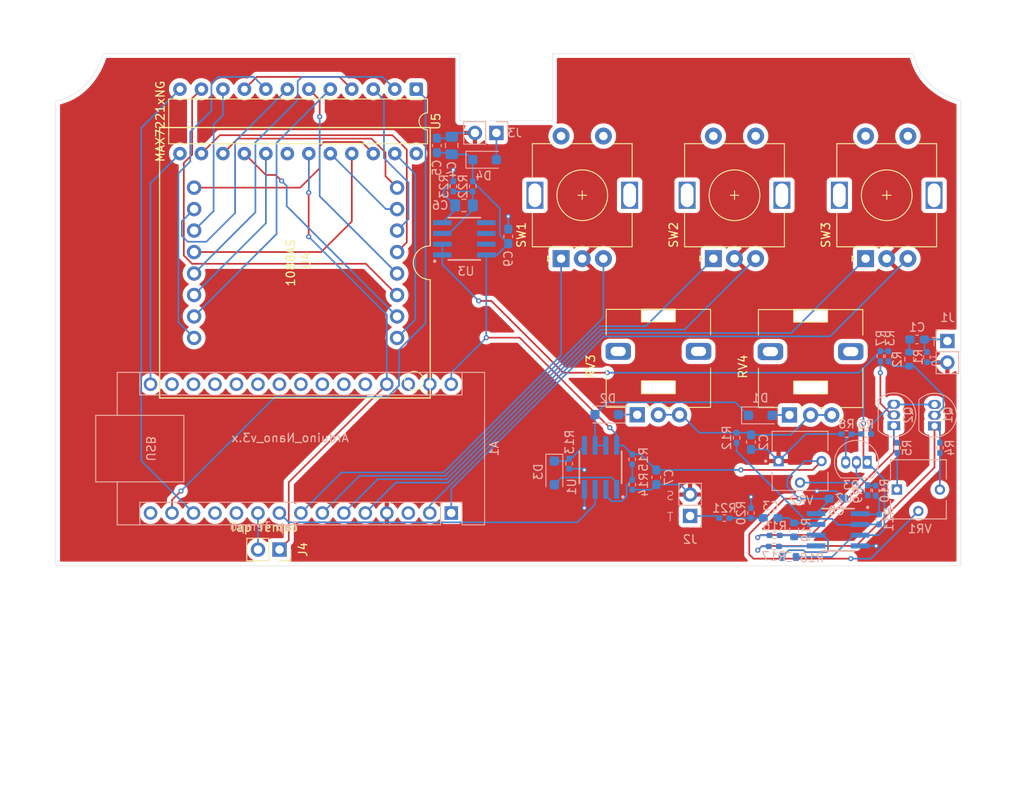
<source format=kicad_pcb>
(kicad_pcb (version 20241229) (generator "pcbnew") (generator_version "9.0")
  (layers (0 "F.Cu" signal) (2 "B.Cu" signal) (13 "F.Paste" user) (15 "B.Paste" user) (5 "F.SilkS" user "F.Silkscreen") (7 "B.SilkS" user "B.Silkscreen") (1 "F.Mask" user) (3 "B.Mask" user) (25 "Edge.Cuts" user))
  (net 0 "")
  (net 1 "CTRL")
  (net 2 "SW2A")
  (net 3 "M_MOSI")
  (net 4 "M_CLK")
  (net 5 "SW1B")
  (net 6 "SW2B")
  (net 7 "GND")
  (net 8 "SW3A")
  (net 9 "M_CS")
  (net 10 "VCC")
  (net 11 "SW1A")
  (net 12 "SW3B")
  (net 13 "M_VCC")
  (net 14 "Net-(C1-Pad2)")
  (net 15 "Net-(C2-Pad1)")
  (net 16 "Net-(C3-Pad1)")
  (net 17 "Net-(C3-Pad2)")
  (net 18 "Net-(U3A-+)")
  (net 19 "Net-(D1-K)")
  (net 20 "Net-(D1-A)")
  (net 21 "Net-(D2-K)")
  (net 22 "Net-(D3-K)")
  (net 23 "Net-(D3-A)")
  (net 24 "Net-(D4-A)")
  (net 25 "Net-(Q1-C)")
  (net 26 "Net-(Q1-B)")
  (net 27 "Net-(Q1-E)")
  (net 28 "Net-(Q2-B)")
  (net 29 "Net-(Q2-C)")
  (net 30 "Net-(Q3-E)")
  (net 31 "VGND")
  (net 32 "Net-(Q3-B)")
  (net 33 "Net-(R4-Pad1)")
  (net 34 "Net-(R5-Pad1)")
  (net 35 "Net-(R9-Pad2)")
  (net 36 "Net-(R10-Pad1)")
  (net 37 "Net-(U2A--)")
  (net 38 "Net-(U1A--)")
  (net 39 "Net-(U2B--)")
  (net 40 "Net-(U2B-+)")
  (net 41 "Net-(J1-T)")
  (net 42 "Net-(J2-T)")
  (net 51 "TAP")
  (net 59 "C4")
  (net 60 "R4")
  (net 61 "C8")
  (net 62 "C3")
  (net 63 "C2")
  (net 64 "C1")
  (net 65 "R3")
  (net 66 "R7")
  (net 67 "C6")
  (net 68 "R6")
  (net 69 "R8")
  (net 70 "R5")
  (net 71 "R2")
  (net 72 "C5")
  (net 73 "R1")
  (net 74 "C7")
  (net 76 "Net-(U5-GND-Pad4)")
  (footprint "Potentiometer_THT:Potentiometer_Alps_RK09L_Single_Vertical" (layer "F.Cu") (at 188.25 88.5 90)
    (property "Reference" "RV4")
    (property "Value" "100k" (hide yes))
  )
  (footprint "Rotary_Encoder:RotaryEncoder_Alps_EC11E-Switch_Vertical_H20mm" (layer "F.Cu") (at 197.25 70 90)
    (property "Reference" "SW3")
    (property "Value" "RotaryEncoder")
  )
  (footprint "Rotary_Encoder:RotaryEncoder_Alps_EC11E-Switch_Vertical_H20mm" (layer "F.Cu") (at 179.25 70 90)
    (property "Reference" "SW2")
    (property "Value" "RotaryEncoder")
  )
  (footprint "Package_DIP:DIP-24_W7.62mm" (layer "F.Cu") (at 144.12 49.95 -90)
    (property "Reference" "U5")
    (property "Value" "MAX7221xNG")
  )
  (footprint "Connector_PinSocket_2.54mm:PinSocket_1x02_P2.54mm_Vertical" (layer "F.Cu") (at 127.95 104.425 -90)
    (property "Reference" "J4")
    (property "Value" "Tap Tempo")
  )
  (footprint "1088as:LED_1088_Pin_Header" (layer "F.Cu") (at 145.77 86.49 180)
    (property "Reference" "U4")
    (property "Value" "1088AS")
  )
  (footprint "Rotary_Encoder:RotaryEncoder_Alps_EC11E-Switch_Vertical_H20mm" (layer "F.Cu") (at 161.25 70 90)
    (property "Reference" "SW1")
    (property "Value" "RotaryEncoder")
  )
  (footprint "Potentiometer_THT:Potentiometer_Alps_RK09L_Single_Vertical" (layer "F.Cu") (at 170.25 88.475 90)
    (property "Reference" "RV3")
    (property "Value" "100k" (hide yes))
  )
  (footprint "Resistor_SMD:R_0402_1005Metric_Pad0.72x0.64mm_HandSolder" (layer "B.Cu") (at 186.4025 104.05)
    (property "Reference" "R17")
    (property "Value" "10k" (hide yes))
  )
  (footprint "Diode_SMD:D_SOD-123F" (layer "B.Cu") (at 184.8 88.55)
    (property "Reference" "D1")
    (property "Value" "D" (hide yes))
  )
  (footprint "Resistor_SMD:R_0402_1005Metric_Pad0.72x0.64mm_HandSolder" (layer "B.Cu") (at 204.498986 81.6486 -90)
    (property "Reference" "R1")
    (property "Value" "100k" (hide yes))
  )
  (footprint "Capacitor_SMD:C_0603_1608Metric_Pad1.08x0.95mm_HandSolder" (layer "B.Cu") (at 183.7 91.7125 -90)
    (property "Reference" "C2")
    (property "Value" "470nF" (hide yes))
  )
  (footprint "Resistor_SMD:R_0402_1005Metric_Pad0.72x0.64mm_HandSolder" (layer "B.Cu") (at 198.45 97.45 90)
    (property "Reference" "R10")
    (property "Value" "10k" (hide yes))
  )
  (footprint "Capacitor_SMD:C_0603_1608Metric_Pad1.08x0.95mm_HandSolder" (layer "B.Cu") (at 155 67.3625 90)
    (property "Reference" "C9")
    (property "Value" "0.1uF" (hide yes))
  )
  (footprint "LM358DR2G:SOIC127P600X175-8N" (layer "B.Cu") (at 194 102.085 180)
    (property "Reference" "U2")
    (property "Value" "LM358" (hide yes))
  )
  (footprint "3362P-1-254LF:TRIM_3362P-1-254LF" (layer "B.Cu") (at 189.5 93.96)
    (property "Reference" "VR2")
    (property "Value" "3362P-1-254LF")
  )
  (footprint "Resistor_SMD:R_0402_1005Metric_Pad0.72x0.64mm_HandSolder" (layer "B.Cu") (at 169.66 96.7475 -90)
    (property "Reference" "R14")
    (property "Value" "47k" (hide yes))
  )
  (footprint "Resistor_SMD:R_0402_1005Metric_Pad0.72x0.64mm_HandSolder" (layer "B.Cu") (at 183.7 100.1 -90)
    (property "Reference" "R20")
    (property "Value" "100k" (hide yes))
  )
  (footprint "Capacitor_SMD:C_0603_1608Metric_Pad1.08x0.95mm_HandSolder" (layer "B.Cu") (at 146.561631 56.615545 90)
    (property "Reference" "C5")
    (property "Value" "100nF" (hide yes))
  )
  (footprint "Diode_SMD:D_SOD-123F" (layer "B.Cu") (at 166.65 88.45 180)
    (property "Reference" "D2")
    (property "Value" "D" (hide yes))
  )
  (footprint "Resistor_SMD:R_0402_1005Metric_Pad0.72x0.64mm_HandSolder" (layer "B.Cu") (at 200.9845 92.3825 90)
    (property "Reference" "R5")
    (property "Value" "10k" (hide yes))
  )
  (footprint "Resistor_SMD:R_0402_1005Metric_Pad0.72x0.64mm_HandSolder" (layer "B.Cu") (at 180.55 100.7 180)
    (property "Reference" "R21")
    (property "Value" "10k" (hide yes))
  )
  (footprint "Diode_SMD:D_SOD-123F" (layer "B.Cu") (at 152.2 58.3)
    (property "Reference" "D4")
    (property "Value" "D" (hide yes))
  )
  (footprint "Module:Arduino_Nano" (layer "B.Cu") (at 148.26 100.1 90)
    (property "Reference" "A1")
    (property "Value" "Arduino_Nano_v3.x")
  )
  (footprint "Package_TO_SOT_THT:TO-92_Inline" (layer "B.Cu") (at 205.4 89.8 90)
    (property "Reference" "Q1")
    (property "Value" "BC547" (hide yes))
  )
  (footprint "Capacitor_SMD:C_0603_1608Metric_Pad1.08x0.95mm_HandSolder" (layer "B.Cu") (at 172.5 95.8625 -90)
    (property "Reference" "C7")
    (property "Value" "0.1uF" (hide yes))
  )
  (footprint "Resistor_SMD:R_0402_1005Metric_Pad0.72x0.64mm_HandSolder" (layer "B.Cu") (at 198.85 100.85 90)
    (property "Reference" "R11")
    (property "Value" "100k" (hide yes))
  )
  (footprint "Capacitor_SMD:C_0805_2012Metric_Pad1.18x1.45mm_HandSolder" (layer "B.Cu") (at 148.311631 56.615545 90)
    (property "Reference" "C4")
    (property "Value" "47uF" (hide yes))
  )
  (footprint "Resistor_SMD:R_0402_1005Metric_Pad0.72x0.64mm_HandSolder" (layer "B.Cu") (at 186.5025 102.75)
    (property "Reference" "R16")
    (property "Value" "10k" (hide yes))
  )
  (footprint "Resistor_SMD:R_0603_1608Metric" (layer "B.Cu") (at 188.2 105.3 180)
    (property "Reference" "R18")
    (property "Value" "220k" (hide yes))
  )
  (footprint "Package_TO_SOT_THT:TO-92_Inline" (layer "B.Cu") (at 200.59 89.77 90)
    (property "Reference" "Q2")
    (property "Value" "BC547" (hide yes))
  )
  (footprint "Resistor_SMD:R_0402_1005Metric_Pad0.72x0.64mm_HandSolder" (layer "B.Cu") (at 169.65 93.7475 -90)
    (property "Reference" "R15")
    (property "Value" "100k" (hide yes))
  )
  (footprint "Resistor_SMD:R_0603_1608Metric" (layer "B.Cu") (at 202.413375 81.9 -90)
    (property "Reference" "R2")
    (property "Value" "220k")
  )
  (footprint "Resistor_SMD:R_0402_1005Metric_Pad0.72x0.64mm_HandSolder" (layer "B.Cu") (at 194.9975 90.75 180)
    (property "Reference" "R8")
    (property "Value" "4.7k" (hide yes))
  )
  (footprint "Resistor_SMD:R_0402_1005Metric_Pad0.72x0.64mm_HandSolder" (layer "B.Cu") (at 182 91.1975 -90)
    (property "Reference" "R12")
    (property "Value" "100k" (hide yes))
  )
  (footprint "3362P-1-254LF:TRIM_3362P-1-254LF" (layer "B.Cu") (at 203.4945 97.33)
    (property "Reference" "VR1")
    (property "Value" "3362P-1-254LF" (hide yes))
  )
  (footprint "Resistor_SMD:R_0402_1005Metric_Pad0.72x0.64mm_HandSolder" (layer "B.Cu") (at 199 81.5525 90)
    (property "Reference" "R7")
    (property "Value" "1k" (hide yes))
  )
  (footprint "Resistor_SMD:R_0402_1005Metric_Pad0.72x0.64mm_HandSolder" (layer "B.Cu") (at 197.3 90.75 180)
    (property "Reference" "R6")
    (property "Value" "10k" (hide yes))
  )
  (footprint "Resistor_SMD:R_0402_1005Metric_Pad0.72x0.64mm_HandSolder" (layer "B.Cu") (at 162.2 94.2525 -90)
    (property "Reference" "R13")
    (property "Value" "100k" (hide yes))
  )
  (footprint "LM358DR2G:SOIC127P600X175-8N" (layer "B.Cu") (at 149.8 67.655)
    (property "Reference" "U3")
    (property "Value" "LM358")
  )
  (footprint "Resistor_SMD:R_0603_1608Metric" (layer "B.Cu") (at 188.8 102.1 90)
    (property "Reference" "R19")
    (property "Value" "220k")
  )
  (footprint "Resistor_SMD:R_0402_1005Metric_Pad0.72x0.64mm_HandSolder" (layer "B.Cu") (at 148.5 61.45 90)
    (property "Reference" "R23")
    (property "Value" "1k" (hide yes))
  )
  (footprint "Connector_PinSocket_2.54mm:PinSocket_1x02_P2.54mm_Vertical" (layer "B.Cu") (at 206.925 79.75 180)
    (property "Reference" "J1")
    (property "Value" "Input Jack")
  )
  (footprint "Resistor_SMD:R_0402_1005Metric_Pad0.72x0.64mm_HandSolder" (layer "B.Cu") (at 206.0345 92.3825 90)
    (property "Reference" "R4")
    (property "Value" "10k" (hide yes))
  )
  (footprint "Resistor_SMD:R_0402_1005Metric_Pad0.72x0.64mm_HandSolder" (layer "B.Cu") (at 150.8 61.4475 -90)
    (property "Reference" "R22")
    (property "Value" "1k" (hide yes))
  )
  (footprint "Capacitor_SMD:C_0805_2012Metric_Pad1.18x1.45mm_HandSolder" (layer "B.Cu") (at 149.7625 63.7 180)
    (property "Reference" "C6")
    (property "Value" "47uF" (hide yes))
  )
  (footprint "Connector_PinSocket_2.54mm:PinSocket_1x02_P2.54mm_Vertical" (layer "B.Cu") (at 153.6 55.125 90)
    (property "Reference" "J3")
    (property "Value" "Jack-DC" (hide yes))
  )
  (footprint "Resistor_SMD:R_0402_1005Metric_Pad0.72x0.64mm_HandSolder" (layer "B.Cu") (at 197.5 97.4 -90)
    (property "Reference" "R9")
    (property "Value" "20k" (hide yes))
  )
  (footprint "Capacitor_SMD:C_0603_1608Metric_Pad1.08x0.95mm_HandSolder" (layer "B.Cu") (at 203.336839 79.560892 180)
    (property "Reference" "C1")
    (property "Value" "470nF" (hide yes))
  )
  (footprint "Capacitor_SMD:C_0603_1608Metric_Pad1.08x0.95mm_HandSolder" (layer "B.Cu") (at 193.814433 98.40037)
    (property "Reference" "C8")
    (property "Value" "0.1uF")
  )
  (footprint "LM358DR2G:SOIC127P600X175-8N" (layer "B.Cu") (at 165.905 94.7 90)
    (property "Reference" "U1")
    (property "Value" "LM358")
  )
  (footprint "Capacitor_SMD:C_0603_1608Metric_Pad1.08x0.95mm_HandSolder" (layer "B.Cu") (at 186.0125 100.7 180)
    (property "Reference" "C3")
    (property "Value" "220nF" (hide yes))
  )
  (footprint "Connector_PinSocket_2.54mm:PinSocket_1x02_P2.54mm_Vertical" (layer "B.Cu") (at 176.5 100.45)
    (property "Reference" "J2")
    (property "Value" "Output Jack" (hide yes))
  )
  (footprint "Resistor_SMD:R_0402_1005Metric_Pad0.72x0.64mm_HandSolder" (layer "B.Cu") (at 199.95 81.5525 90)
    (property "Reference" "R3")
    (property "Value" "1k" (hide yes))
  )
  (footprint "Package_TO_SOT_THT:TO-92_Inline" (layer "B.Cu") (at 197.44 94.1 180)
    (property "Reference" "Q3")
    (property "Value" "BC547" (hide yes))
  )
  (footprint "Diode_SMD:D_SOD-123F" (layer "B.Cu") (at 160.45 95.35 -90)
    (property "Reference" "D3")
    (property "Value" "D" (hide yes))
  )
  (gr_curve (pts (xy 101.5 51.35) (xy 106 50.5) (xy 107.1 45.75) (xy 107.1 45.75)) (stroke (width 0.05)) (layer "Edge.Cuts"))
  (gr_line (start 149.25 53.7) (end 160.25 53.7) (stroke (width 0.05)) (layer "Edge.Cuts"))
  (gr_line (start 160.25 53.7) (end 160.25 45.75) (stroke (width 0.05)) (layer "Edge.Cuts"))
  (gr_line (start 160.25 45.75) (end 202.9 45.75) (stroke (width 0.05)) (layer "Edge.Cuts"))
  (gr_line (start 101.5 106.35) (end 208.5 106.35) (stroke (width 0.05)) (layer "Edge.Cuts"))
  (gr_curve (pts (xy 202.9 45.75) (xy 203.75 50.25) (xy 208.5 51.35) (xy 208.5 51.35)) (stroke (width 0.05)) (layer "Edge.Cuts"))
  (gr_line (start 101.5 51.35) (end 101.5 106.35) (stroke (width 0.05)) (layer "Edge.Cuts"))
  (gr_line (start 208.5 106.35) (end 208.5 51.35) (stroke (width 0.05)) (layer "Edge.Cuts"))
  (gr_line (start 149.25 45.75) (end 107.1 45.75) (stroke (width 0.05)) (layer "Edge.Cuts"))
  (gr_line (start 149.25 45.75) (end 149.25 53.7) (stroke (width 0.05)) (layer "Edge.Cuts"))
  (gr_text "Tap Tempo" (at 126.1 101.8 0) (layer "F.SilkS") (effects (font (size 1 1))))
  (gr_text "T" (at 205.8 80.45 0) (layer "B.SilkS") (effects (font (size 1 1) (thickness 0.1)) (justify left bottom mirror)))
  (gr_text "S" (at 174.7 98.65 0) (layer "B.SilkS") (effects (font (size 1 1) (thickness 0.1)) (justify left bottom mirror)))
  (gr_text "T" (at 174.6 101.15 0) (layer "B.SilkS") (effects (font (size 1 1) (thickness 0.1)) (justify left bottom mirror)))
  (gr_text "S" (at 205.9 82.75 0) (layer "B.SilkS") (effects (font (size 1 1) (thickness 0.1)) (justify left bottom mirror)))
  (segment (start 129.041 101.201) (end 163.148943 101.201) (width 0.2) (layer "B.Cu") (net 1))
  (segment (start 165.27 99.079943) (end 165.27 97.3) (width 0.2) (layer "B.Cu") (net 1))
  (segment (start 163.148943 101.201) (end 165.27 99.079943) (width 0.2) (layer "B.Cu") (net 1))
  (segment (start 127.94 100.1) (end 129.041 101.201) (width 0.2) (layer "B.Cu") (net 1))
  (segment (start 139.563 96.097) (end 135.56 100.1) (width 0.2) (layer "B.Cu") (net 2))
  (segment (start 165.8017 77.997) (end 147.7017 96.097) (width 0.2) (layer "B.Cu") (net 2))
  (segment (start 147.7017 96.097) (end 139.563 96.097) (width 0.2) (layer "B.Cu") (net 2))
  (segment (start 179.25 70) (end 171.253 77.997) (width 0.2) (layer "B.Cu") (net 2))
  (segment (start 171.253 77.997) (end 165.8017 77.997) (width 0.2) (layer "B.Cu") (net 2))
  (segment (start 115.24 98.56) (end 116.3 97.5) (width 0.2) (layer "F.Cu") (net 3))
  (segment (start 115.24 100.1) (end 115.24 98.56) (width 0.2) (layer "F.Cu") (net 3))
  (via (at 116.3 97.5) (size 0.6) (drill 0.3) (layers "F.Cu" "B.Cu") (net 3))
  (segment (start 142.079 80.77876) (end 145.221 77.63676) (width 0.2) (layer "B.Cu") (net 3))
  (segment (start 145.221 51.051) (end 144.12 49.95) (width 0.2) (layer "B.Cu") (net 3))
  (segment (start 142.079 85.021) (end 142.079 80.77876) (width 0.2) (layer "B.Cu") (net 3))
  (segment (start 140.7 86.4) (end 142.079 85.021) (width 0.2) (layer "B.Cu") (net 3))
  (segment (start 145.221 77.63676) (end 145.221 51.051) (width 0.2) (layer "B.Cu") (net 3))
  (segment (start 116.3 97.5) (end 127.4 86.4) (width 0.2) (layer "B.Cu") (net 3))
  (segment (start 127.4 86.4) (end 140.7 86.4) (width 0.2) (layer "B.Cu") (net 3))
  (segment (start 112.7 61.05) (end 116.18 57.57) (width 0.2) (layer "B.Cu") (net 4))
  (segment (start 112.7 84.86) (end 112.7 61.05) (width 0.2) (layer "B.Cu") (net 4))
  (segment (start 147.5356 95.696) (end 137.424 95.696) (width 0.2) (layer "B.Cu") (net 5))
  (segment (start 137.424 95.696) (end 133.02 100.1) (width 0.2) (layer "B.Cu") (net 5))
  (segment (start 166.25 76.9816) (end 147.5356 95.696) (width 0.2) (layer "B.Cu") (net 5))
  (segment (start 166.25 70) (end 166.25 76.9816) (width 0.2) (layer "B.Cu") (net 5))
  (segment (start 165.9678 78.398) (end 147.8678 96.498) (width 0.2) (layer "B.Cu") (net 6))
  (segment (start 147.8678 96.498) (end 141.702 96.498) (width 0.2) (layer "B.Cu") (net 6))
  (segment (start 175.852 78.398) (end 165.9678 78.398) (width 0.2) (layer "B.Cu") (net 6))
  (segment (start 141.702 96.498) (end 138.1 100.1) (width 0.2) (layer "B.Cu") (net 6))
  (segment (start 184.25 70) (end 175.852 78.398) (width 0.2) (layer "B.Cu") (net 6))
  (via (at 164 99.5) (size 0.6) (drill 0.3) (layers "F.Cu" "B.Cu") (net 7))
  (via (at 148.5 59.5) (size 0.6) (drill 0.3) (layers "F.Cu" "B.Cu") (net 7))
  (via (at 164 95) (size 0.6) (drill 0.3) (layers "F.Cu" "B.Cu") (net 7))
  (via (at 191.5 97.5) (size 0.6) (drill 0.3) (layers "F.Cu" "B.Cu") (net 7))
  (via (at 183.699194 98.197321) (size 0.6) (drill 0.3) (layers "F.Cu" "B.Cu") (net 7))
  (via (at 155 65) (size 0.6) (drill 0.3) (layers "F.Cu" "B.Cu") (net 7))
  (via (at 198.5 104) (size 0.6) (drill 0.3) (layers "F.Cu" "B.Cu") (net 7))
  (segment (start 148.136631 55.753045) (end 148.311631 55.578045) (width 0.2) (layer "B.Cu") (net 7))
  (segment (start 183.7 99.5025) (end 183.7 98.198127) (width 0.2) (layer "B.Cu") (net 7))
  (segment (start 175.315 96.725) (end 172.5 96.725) (width 0.2) (layer "B.Cu") (net 7))
  (segment (start 148.5 60.8525) (end 148.5 59.5) (width 0.2) (layer "B.Cu") (net 7))
  (segment (start 194.676933 98.40037) (end 193.776563 97.5) (width 0.2) (layer "B.Cu") (net 7))
  (segment (start 151.06 55.125) (end 148.764676 55.125) (width 0.2) (layer "B.Cu") (net 7))
  (segment (start 148.764676 55.125) (end 148.311631 55.578045) (width 0.2) (layer "B.Cu") (net 7))
  (segment (start 204.498986 82.2461) (end 206.8811 82.2461) (width 0.2) (layer "B.Cu") (net 7))
  (segment (start 193.776563 97.5) (end 191.5 97.5) (width 0.2) (layer "B.Cu") (net 7))
  (segment (start 148.725 64.225) (end 148.725 63.7) (width 0.2) (layer "B.Cu") (net 7))
  (segment (start 172.5 96.725) (end 171.88 97.345) (width 0.2) (layer "B.Cu") (net 7))
  (segment (start 155 66.5) (end 155 65) (width 0.2) (layer "B.Cu") (net 7))
  (segment (start 147.3775 62.3525) (end 147.3775 61.975) (width 0.2) (layer "B.Cu") (net 7))
  (segment (start 162.2 94.85) (end 163.85 94.85) (width 0.2) (layer "B.Cu") (net 7))
  (segment (start 176.5 97.91) (end 175.315 96.725) (width 0.2) (layer "B.Cu") (net 7))
  (segment (start 183.7 98.198127) (end 183.699194 98.197321) (width 0.2) (layer "B.Cu") (net 7))
  (segment (start 146.561631 55.753045) (end 148.136631 55.753045) (width 0.2) (layer "B.Cu") (net 7))
  (segment (start 147.3775 61.975) (end 148.5 60.8525) (width 0.2) (layer "B.Cu") (net 7))
  (segment (start 163.85 94.85) (end 164 95) (width 0.2) (layer "B.Cu") (net 7))
  (segment (start 147.2 65.75) (end 148.725 64.225) (width 0.2) (layer "B.Cu") (net 7))
  (segment (start 148.725 63.7) (end 147.3775 62.3525) (width 0.2) (layer "B.Cu") (net 7))
  (segment (start 171.88 97.345) (end 169.66 97.345) (width 0.2) (layer "B.Cu") (net 7))
  (segment (start 198.49 103.99) (end 198.5 104) (width 0.2) (layer "B.Cu") (net 7))
  (segment (start 186.96 93.96) (end 190.17 90.75) (width 0.2) (layer "B.Cu") (net 7))
  (segment (start 183.7 92.575) (end 185.575 92.575) (width 0.2) (layer "B.Cu") (net 7))
  (segment (start 196.6 103.99) (end 198.49 103.99) (width 0.2) (layer "B.Cu") (net 7))
  (segment (start 190.17 90.75) (end 194.4 90.75) (width 0.2) (layer "B.Cu") (net 7))
  (segment (start 206.8811 82.2461) (end 206.925 82.29) (width 0.2) (layer "B.Cu") (net 7))
  (segment (start 164 97.3) (end 164 99.5) (width 0.2) (layer "B.Cu") (net 7))
  (segment (start 185.575 92.575) (end 186.96 93.96) (width 0.2) (layer "B.Cu") (net 7))
  (segment (start 197.25 70) (end 188.451 78.799) (width 0.2) (layer "B.Cu") (net 8))
  (segment (start 145.72 99.2129) (end 145.72 100.1) (width 0.2) (layer "B.Cu") (net 8))
  (segment (start 188.451 78.799) (end 166.1339 78.799) (width 0.2) (layer "B.Cu") (net 8))
  (segment (start 166.1339 78.799) (end 145.72 99.2129) (width 0.2) (layer "B.Cu") (net 8))
  (segment (start 111.599 93.919) (end 111.599 54.531) (width 0.2) (layer "B.Cu") (net 9))
  (segment (start 111.599 54.531) (end 116.18 49.95) (width 0.2) (layer "B.Cu") (net 9))
  (segment (start 117.78 100.1) (end 111.599 93.919) (width 0.2) (layer "B.Cu") (net 9))
  (segment (start 191 95) (end 192.04 93.96) (width 0.2) (layer "F.Cu") (net 10))
  (segment (start 167 90) (end 156.349943 79.349943) (width 0.2) (layer "F.Cu") (net 10))
  (segment (start 184 105.5) (end 195.5 105.5) (width 0.2) (layer "F.Cu") (net 10))
  (segment (start 156.349943 79.349943) (end 152.4 79.349943) (width 0.2) (layer "F.Cu") (net 10))
  (segment (start 183.5 102.575029) (end 183.5 105) (width 0.2) (layer "F.Cu") (net 10))
  (segment (start 189.40037 98.40037) (end 187.674659 98.40037) (width 0.2) (layer "F.Cu") (net 10))
  (segment (start 183.5 105) (end 184 105.5) (width 0.2) (layer "F.Cu") (net 10))
  (segment (start 187.674659 98.40037) (end 183.5 102.575029) (width 0.2) (layer "F.Cu") (net 10))
  (segment (start 182.5 95) (end 191 95) (width 0.2) (layer "F.Cu") (net 10))
  (via (at 195.5 105.5) (size 0.6) (drill 0.3) (layers "F.Cu" "B.Cu") (net 10))
  (via (at 152.4 79.349943) (size 0.6) (drill 0.3) (layers "F.Cu" "B.Cu") (net 10))
  (via (at 167 90) (size 0.6) (drill 0.3) (layers "F.Cu" "B.Cu") (net 10))
  (via (at 189.40037 98.40037) (size 0.6) (drill 0.3) (layers "F.Cu" "B.Cu") (net 10))
  (via (at 182.5 95) (size 0.6) (drill 0.3) (layers "F.Cu" "B.Cu") (net 10))
  (segment (start 155 68.225) (end 153.665 69.56) (width 0.2) (layer "B.Cu") (net 10))
  (segment (start 170.65 93.15) (end 169.65 93.15) (width 0.2) (layer "B.Cu") (net 10))
  (segment (start 192.951933 98.628067) (end 191.4 100.18) (width 0.2) (layer "B.Cu") (net 10))
  (segment (start 172.5 95) (end 170.65 93.15) (width 0.2) (layer "B.Cu") (net 10))
  (segment (start 155 68.225) (end 154 67.225) (width 0.2) (layer "B.Cu") (net 10))
  (segment (start 188 97) (end 188 96) (width 0.2) (layer "B.Cu") (net 10))
  (segment (start 152.4 75.4) (end 152.4 69.56) (width 0.2) (layer "B.Cu") (net 10))
  (segment (start 190.04 93.96) (end 192.04 93.96) (width 0.2) (layer "B.Cu") (net 10))
  (segment (start 167.81 90.81) (end 167 90) (width 0.2) (layer "B.Cu") (net 10))
  (segment (start 148.311631 57.653045) (end 148.136631 57.478045) (width 0.2) (layer "B.Cu") (net 10))
  (segment (start 150.8 58.3) (end 150.8 60.85) (width 0.2) (layer "B.Cu") (net 10))
  (segment (start 154 64.05) (end 150.8 60.85) (width 0.2) (layer "B.Cu") (net 10))
  (segment (start 148.26 84.86) (end 148.26 83.489943) (width 0.2) (layer "B.Cu") (net 10))
  (segment (start 148.136631 57.478045) (end 146.561631 57.478045) (width 0.2) (layer "B.Cu") (net 10))
  (segment (start 148.26 83.489943) (end 152.4 79.349943) (width 0.2) (layer "B.Cu") (net 10))
  (segment (start 169.65 93.15) (end 168.6 92.1) (width 0.2) (layer "B.Cu") (net 10))
  (segment (start 192.951933 98.40037) (end 192.951933 98.628067) (width 0.2) (layer "B.Cu") (net 10))
  (segment (start 192.951933 98.40037) (end 189.40037 98.40037) (width 0.2) (layer "B.Cu") (net 10))
  (segment (start 152.4 79.349943) (end 152.4 75.4) (width 0.2) (layer "B.Cu") (net 10))
  (segment (start 188 96) (end 190.04 93.96) (width 0.2) (layer "B.Cu") (net 10))
  (segment (start 197.8645 105.5) (end 195.5 105.5) (width 0.2) (layer "B.Cu") (net 10))
  (segment (start 150.153045 57.653045) (end 148.311631 57.653045) (width 0.2) (layer "B.Cu") (net 10))
  (segment (start 167.81 92.1) (end 167.81 90.81) (width 0.2) (layer "B.Cu") (net 10))
  (segment (start 154 67.225) (end 154 64.05) (width 0.2) (layer "B.Cu") (net 10))
  (segment (start 172.5 95) (end 182.5 95) (width 0.2) (layer "B.Cu") (net 10))
  (segment (start 168.6 92.1) (end 167.81 92.1) (width 0.2) (layer "B.Cu") (net 10))
  (segment (start 153.665 69.56) (end 152.4 69.56) (width 0.2) (layer "B.Cu") (net 10))
  (segment (start 189.40037 98.40037) (end 188 97) (width 0.2) (layer "B.Cu") (net 10))
  (segment (start 150.8 58.3) (end 150.153045 57.653045) (width 0.2) (layer "B.Cu") (net 10))
  (segment (start 203.4945 99.87) (end 197.8645 105.5) (width 0.2) (layer "B.Cu") (net 10))
  (segment (start 161.25 70) (end 161.25 81.4145) (width 0.2) (layer "B.Cu") (net 11))
  (segment (start 147.3695 95.295) (end 135.285 95.295) (width 0.2) (layer "B.Cu") (net 11))
  (segment (start 161.25 81.4145) (end 147.3695 95.295) (width 0.2) (layer "B.Cu") (net 11))
  (segment (start 135.285 95.295) (end 130.48 100.1) (width 0.2) (layer "B.Cu") (net 11))
  (segment (start 149.3 96.2) (end 166.3 79.2) (width 0.2) (layer "B.Cu") (net 12))
  (segment (start 148.26 97.24) (end 149.3 96.2) (width 0.2) (layer "B.Cu") (net 12))
  (segment (start 166.3 79.2) (end 193.05 79.2) (width 0.2) (layer "B.Cu") (net 12))
  (segment (start 148.26 100.1) (end 148.26 97.24) (width 0.2) (layer "B.Cu") (net 12))
  (segment (start 193.05 79.2) (end 202.25 70) (width 0.2) (layer "B.Cu") (net 12))
  (segment (start 140.64 84.86) (end 129.041 96.459) (width 0.2) (layer "F.Cu") (net 13))
  (segment (start 129.041 96.459) (end 129.041 103.334) (width 0.2) (layer "F.Cu") (net 13))
  (segment (start 129.041 103.334) (end 127.95 104.425) (width 0.2) (layer "F.Cu") (net 13))
  (segment (start 131.4 67.4) (end 131.4 62.2) (width 0.2) (layer "F.Cu") (net 13))
  (via (at 131.4 62.2) (size 0.6) (drill 0.3) (layers "F.Cu" "B.Cu") (net 13))
  (via (at 131.4 67.4) (size 0.6) (drill 0.3) (layers "F.Cu" "B.Cu") (net 13))
  (segment (start 131.416963 62.183037) (end 131.416963 61.323037) (width 0.2) (layer "B.Cu") (net 13))
  (segment (start 140.64 76.64) (end 140.64 84.86) (width 0.2) (layer "B.Cu") (net 13))
  (segment (start 131.416963 61.323037) (end 131.42 61.32) (width 0.2) (layer "B.Cu") (net 13))
  (segment (start 131.4 62.2) (end 131.416963 62.183037) (width 0.2) (layer "B.Cu") (net 13))
  (segment (start 131.4 67.4) (end 140.64 76.64) (width 0.2) (layer "B.Cu") (net 13))
  (segment (start 131.42 61.32) (end 131.42 57.57) (width 0.2) (layer "B.Cu") (net 13))
  (segment (start 202.413375 79.621856) (end 202.474339 79.560892) (width 0.2) (layer "B.Cu") (net 14))
  (segment (start 202.413375 81.075) (end 202.413375 79.621856) (width 0.2) (layer "B.Cu") (net 14))
  (segment (start 182 90.6) (end 183.45 90.6) (width 0.2) (layer "B.Cu") (net 15))
  (segment (start 175.25 88.475) (end 172.75 88.475) (width 0.2) (layer "B.Cu") (net 15))
  (segment (start 188.4 90.85) (end 190.75 88.5) (width 0.2) (layer "B.Cu") (net 15))
  (segment (start 183.45 90.6) (end 183.7 90.85) (width 0.2) (layer "B.Cu") (net 15))
  (segment (start 175.25 88.475) (end 175.475 88.475) (width 0.2) (layer "B.Cu") (net 15))
  (segment (start 183.7 90.85) (end 188.4 90.85) (width 0.2) (layer "B.Cu") (net 15))
  (segment (start 177.6 90.6) (end 182 90.6) (width 0.2) (layer "B.Cu") (net 15))
  (segment (start 175.475 88.475) (end 177.6 90.6) (width 0.2) (layer "B.Cu") (net 15))
  (segment (start 190.75 88.5) (end 193.25 88.5) (width 0.2) (layer "B.Cu") (net 15))
  (segment (start 186.875 100.7) (end 188.225 100.7) (width 0.2) (layer "B.Cu") (net 16))
  (segment (start 191.35 101.5) (end 191.4 101.45) (width 0.2) (layer "B.Cu") (net 16))
  (segment (start 188.225 100.7) (end 188.8 101.275) (width 0.2) (layer "B.Cu") (net 16))
  (segment (start 191.225 101.275) (end 191.4 101.45) (width 0.2) (layer "B.Cu") (net 16))
  (segment (start 188.8 101.275) (end 191.225 101.275) (width 0.2) (layer "B.Cu") (net 16))
  (segment (start 181.1475 100.7) (end 183.6975 100.7) (width 0.2) (layer "B.Cu") (net 17))
  (segment (start 185.1475 100.6975) (end 185.15 100.7) (width 0.2) (layer "B.Cu") (net 17))
  (segment (start 183.6975 100.7) (end 183.7 100.6975) (width 0.2) (layer "B.Cu") (net 17))
  (segment (start 183.7 100.6975) (end 185.1475 100.6975) (width 0.2) (layer "B.Cu") (net 17))
  (segment (start 147.2 67.02) (end 148 67.02) (width 0.2) (layer "B.Cu") (net 18))
  (segment (start 150.8 62.045) (end 150.8 63.7) (width 0.2) (layer "B.Cu") (net 18))
  (segment (start 150.7975 62.0475) (end 150.8 62.045) (width 0.2) (layer "B.Cu") (net 18))
  (segment (start 150.8 64.22) (end 150.8 63.7) (width 0.2) (layer "B.Cu") (net 18))
  (segment (start 148.5 62.0475) (end 150.7975 62.0475) (width 0.2) (layer "B.Cu") (net 18))
  (segment (start 148 67.02) (end 150.8 64.22) (width 0.2) (layer "B.Cu") (net 18))
  (segment (start 181.85 87) (end 166.7 87) (width 0.2) (layer "B.Cu") (net 19))
  (segment (start 165.27 92.1) (end 166.54 92.1) (width 0.2) (layer "B.Cu") (net 19))
  (segment (start 165.25 92.08) (end 165.27 92.1) (width 0.2) (layer "B.Cu") (net 19))
  (segment (start 183.4 88.55) (end 181.85 87) (width 0.2) (layer "B.Cu") (net 19))
  (segment (start 165.25 88.45) (end 165.25 92.08) (width 0.2) (layer "B.Cu") (net 19))
  (segment (start 166.7 87) (end 165.25 88.45) (width 0.2) (layer "B.Cu") (net 19))
  (segment (start 188.25 88.5) (end 186.25 88.5) (width 0.2) (layer "B.Cu") (net 20))
  (segment (start 186.25 88.5) (end 186.2 88.55) (width 0.2) (layer "B.Cu") (net 20))
  (segment (start 168.05 88.45) (end 170.225 88.45) (width 0.2) (layer "B.Cu") (net 21))
  (segment (start 170.225 88.45) (end 170.25 88.475) (width 0.2) (layer "B.Cu") (net 21))
  (segment (start 162.445 93.655) (end 164 92.1) (width 0.2) (layer "B.Cu") (net 22))
  (segment (start 161.905 93.95) (end 162.2 93.655) (width 0.2) (layer "B.Cu") (net 22))
  (segment (start 162.2 93.655) (end 162.445 93.655) (width 0.2) (layer "B.Cu") (net 22))
  (segment (start 160.45 93.95) (end 161.905 93.95) (width 0.2) (layer "B.Cu") (net 22))
  (segment (start 167.81 97.3) (end 167.81 96.5) (width 0.2) (layer "B.Cu") (net 23))
  (segment (start 161.301 95.899) (end 160.45 96.75) (width 0.2) (layer "B.Cu") (net 23))
  (segment (start 167.209 95.899) (end 161.301 95.899) (width 0.2) (layer "B.Cu") (net 23))
  (segment (start 167.81 96.5) (end 167.209 95.899) (width 0.2) (layer "B.Cu") (net 23))
  (segment (start 153.6 55.125) (end 153.6 58.3) (width 0.2) (layer "B.Cu") (net 24))
  (segment (start 205.4 94.7085) (end 205.4 89.8) (width 0.2) (layer "F.Cu") (net 25))
  (segment (start 196.1085 104) (end 205.4 94.7085) (width 0.2) (layer "F.Cu") (net 25))
  (segment (start 185 104) (end 196.1085 104) (width 0.2) (layer "F.Cu") (net 25))
  (segment (start 184.5 104.5) (end 185 104) (width 0.2) (layer "F.Cu") (net 25))
  (via (at 184.5 104.5) (size 0.6) (drill 0.3) (layers "F.Cu" "B.Cu") (net 25))
  (segment (start 184.95 104.05) (end 184.5 104.5) (width 0.2) (layer "B.Cu") (net 25))
  (segment (start 185.805 104.05) (end 184.95 104.05) (width 0.2) (layer "B.Cu") (net 25))
  (segment (start 206.0345 90.4345) (end 205.4 89.8) (width 0.2) (layer "B.Cu") (net 25))
  (segment (start 206.0345 91.785) (end 206.0345 90.4345) (width 0.2) (layer "B.Cu") (net 25))
  (segment (start 205.52314 88.53) (end 206.451 87.60214) (width 0.2) (layer "B.Cu") (net 26))
  (segment (start 205.4 88.53) (end 205.52314 88.53) (width 0.2) (layer "B.Cu") (net 26))
  (segment (start 200.525 82.725) (end 199.95 82.15) (width 0.2) (layer "B.Cu") (net 26))
  (segment (start 202.413375 82.725) (end 200.525 82.725) (width 0.2) (layer "B.Cu") (net 26))
  (segment (start 206.451 87.60214) (end 206.451 86.190606) (width 0.2) (layer "B.Cu") (net 26))
  (segment (start 202.985394 82.725) (end 206.451 86.190606) (width 0.2) (layer "B.Cu") (net 26))
  (segment (start 202.413375 82.725) (end 202.985394 82.725) (width 0.2) (layer "B.Cu") (net 26))
  (segment (start 200.365 87.23) (end 197.8975 89.6975) (width 0.2) (layer "B.Cu") (net 27))
  (segment (start 205.4 87.26) (end 200.62 87.26) (width 0.2) (layer "B.Cu") (net 27))
  (segment (start 197.8975 89.6975) (end 197.8975 90.75) (width 0.2) (layer "B.Cu") (net 27))
  (segment (start 200.59 87.23) (end 200.365 87.23) (width 0.2) (layer "B.Cu") (net 27))
  (segment (start 200.62 87.26) (end 200.59 87.23) (width 0.2) (layer "B.Cu") (net 27))
  (segment (start 199 87.135) (end 199 83.5) (width 0.2) (layer "F.Cu") (net 28))
  (segment (start 200.59 88.5) (end 200.365 88.5) (width 0.2) (layer "F.Cu") (net 28))
  (segment (start 200.365 88.5) (end 199 87.135) (width 0.2) (layer "F.Cu") (net 28))
  (via (at 199 83.5) (size 0.6) (drill 0.3) (layers "F.Cu" "B.Cu") (net 28))
  (segment (start 199 83.5) (end 199 82.15) (width 0.2) (layer "B.Cu") (net 28))
  (segment (start 184.5 103) (end 184.803045 102.696955) (width 0.2) (layer "F.Cu") (net 29))
  (segment (start 184.803045 102.696955) (end 190.803045 102.696955) (width 0.2) (layer "F.Cu") (net 29))
  (segment (start 200.59 92.91) (end 200.59 89.77) (width 0.2) (layer "F.Cu") (net 29))
  (segment (start 190.803045 102.696955) (end 200.59 92.91) (width 0.2) (layer "F.Cu") (net 29))
  (via (at 184.5 103) (size 0.6) (drill 0.3) (layers "F.Cu" "B.Cu") (net 29))
  (segment (start 200.59 91.3905) (end 200.9845 91.785) (width 0.2) (layer "B.Cu") (net 29))
  (segment (start 200.59 89.77) (end 200.59 91.3905) (width 0.2) (layer "B.Cu") (net 29))
  (segment (start 184.75 102.75) (end 184.5 103) (width 0.2) (layer "B.Cu") (net 29))
  (segment (start 185.905 102.75) (end 184.75 102.75) (width 0.2) (layer "B.Cu") (net 29))
  (segment (start 195.595 90.75) (end 196.7025 90.75) (width 0.2) (layer "B.Cu") (net 30))
  (segment (start 194.9 94.1) (end 194.9 91.445) (width 0.2) (layer "B.Cu") (net 30))
  (segment (start 194.9 91.445) (end 195.595 90.75) (width 0.2) (layer "B.Cu") (net 30))
  (segment (start 161.5 83.5) (end 166.7 83.5) (width 0.2) (layer "F.Cu") (net 31))
  (segment (start 197 93.66) (end 197.44 94.1) (width 0.2) (layer "F.Cu") (net 31))
  (segment (start 153 75) (end 151.5 75) (width 0.2) (layer "F.Cu") (net 31))
  (segment (start 153 75) (end 161.5 83.5) (width 0.2) (layer "F.Cu") (net 31))
  (segment (start 197 89.5) (end 197 93.66) (width 0.2) (layer "F.Cu") (net 31))
  (via (at 151.5 75) (size 0.6) (drill 0.3) (layers "F.Cu" "B.Cu") (net 31))
  (via (at 166.7 83.5) (size 0.6) (drill 0.3) (layers "F.Cu" "B.Cu") (net 31))
  (via (at 197 89.5) (size 0.6) (drill 0.3) (layers "F.Cu" "B.Cu") (net 31))
  (segment (start 197 82.955) (end 197 89.5) (width 0.2) (layer "B.Cu") (net 31))
  (segment (start 197 82.955) (end 196.455 83.5) (width 0.2) (layer "B.Cu") (net 31))
  (segment (start 147.2 70.7) (end 147.2 69.56) (width 0.2) (layer "B.Cu") (net 31))
  (segment (start 196.455 83.5) (end 166.7 83.5) (width 0.2) (layer "B.Cu") (net 31))
  (segment (start 147.2 68.29) (end 147.2 69.56) (width 0.2) (layer "B.Cu") (net 31))
  (segment (start 199.471 102.029) (end 198.78 102.72) (width 0.2) (layer "B.Cu") (net 31))
  (segment (start 196.6 102.72) (end 195.8 102.72) (width 0.2) (layer "B.Cu") (net 31))
  (segment (start 198.78 102.72) (end 196.6 102.72) (width 0.2) (layer "B.Cu") (net 31))
  (segment (start 151.5 75) (end 147.2 70.7) (width 0.2) (layer "B.Cu") (net 31))
  (segment (start 195.868 102.72) (end 196.6 102.72) (width 0.2) (layer "B.Cu") (net 31))
  (segment (start 189.025 105.3) (end 193.288 105.3) (width 0.2) (layer "B.Cu") (net 31))
  (segment (start 199.471 96.131) (end 199.471 102.029) (width 0.2) (layer "B.Cu") (net 31))
  (segment (start 199.95 80.955) (end 199 80.955) (width 0.2) (layer "B.Cu") (net 31))
  (segment (start 199 80.955) (end 197 82.955) (width 0.2) (layer "B.Cu") (net 31))
  (segment (start 193.288 105.3) (end 195.868 102.72) (width 0.2) (layer "B.Cu") (net 31))
  (segment (start 197.44 94.1) (end 199.471 96.131) (width 0.2) (layer "B.Cu") (net 31))
  (segment (start 197.55 96.8525) (end 197.5 96.8025) (width 0.2) (layer "B.Cu") (net 32))
  (segment (start 197.5 96.8025) (end 196.17 95.4725) (width 0.2) (layer "B.Cu") (net 32))
  (segment (start 198.45 96.8525) (end 197.55 96.8525) (width 0.2) (layer "B.Cu") (net 32))
  (segment (start 196.17 95.4725) (end 196.17 94.1) (width 0.2) (layer "B.Cu") (net 32))
  (segment (start 206.0345 97.33) (end 206.0345 92.98) (width 0.2) (layer "B.Cu") (net 33))
  (segment (start 200.9845 92.98) (end 200.9845 97.3) (width 0.2) (layer "B.Cu") (net 34))
  (segment (start 200.9845 97.3) (end 200.9545 97.33) (width 0.2) (layer "B.Cu") (net 34))
  (segment (start 197.5 97.9975) (end 196.0025 96.5) (width 0.2) (layer "B.Cu") (net 35))
  (segment (start 196.0025 96.5) (end 189.5 96.5) (width 0.2) (layer "B.Cu") (net 35))
  (segment (start 198.85 100.2525) (end 196.6725 100.2525) (width 0.2) (layer "B.Cu") (net 36))
  (segment (start 196.6725 100.2525) (end 196.6 100.18) (width 0.2) (layer "B.Cu") (net 36))
  (segment (start 198.45 98.0475) (end 198.85 98.4475) (width 0.2) (layer "B.Cu") (net 36))
  (segment (start 198.85 98.4475) (end 198.85 100.2525) (width 0.2) (layer "B.Cu") (net 36))
  (segment (start 194 101.5) (end 196.55 101.5) (width 0.2) (layer "B.Cu") (net 37))
  (segment (start 196.55 101.5) (end 196.6 101.45) (width 0.2) (layer "B.Cu") (net 37))
  (segment (start 193.281 100.781) (end 194 101.5) (width 0.2) (layer "B.Cu") (net 37))
  (segment (start 182 92.782) (end 189.999 100.781) (width 0.2) (layer "B.Cu") (net 37))
  (segment (start 189.999 100.781) (end 193.281 100.781) (width 0.2) (layer "B.Cu") (net 37))
  (segment (start 198.85 101.4475) (end 196.6025 101.4475) (width 0.2) (layer "B.Cu") (net 37))
  (segment (start 196.6025 101.4475) (end 196.6 101.45) (width 0.2) (layer "B.Cu") (net 37))
  (segment (start 182 91.795) (end 182 92.782) (width 0.2) (layer "B.Cu") (net 37))
  (segment (start 169.66 94.355) (end 169.65 94.345) (width 0.2) (layer "B.Cu") (net 38))
  (segment (start 168.411 98.701) (end 169 98.112) (width 0.2) (layer "B.Cu") (net 38))
  (segment (start 169 98.112) (end 169 96.81) (width 0.2) (layer "B.Cu") (net 38))
  (segment (start 169.66 96.15) (end 169.66 94.355) (width 0.2) (layer "B.Cu") (net 38))
  (segment (start 167.209 98.701) (end 168.411 98.701) (width 0.2) (layer "B.Cu") (net 38))
  (segment (start 166.54 98.032) (end 167.209 98.701) (width 0.2) (layer "B.Cu") (net 38))
  (segment (start 166.54 97.3) (end 166.54 98.032) (width 0.2) (layer "B.Cu") (net 38))
  (segment (start 169 96.81) (end 169.66 96.15) (width 0.2) (layer "B.Cu") (net 38))
  (segment (start 192.801 103.321) (end 192.801 104.548) (width 0.2) (layer "B.Cu") (net 39))
  (segment (start 189.908 104.5) (end 190.132 104.724) (width 0.2) (layer "B.Cu") (net 39))
  (segment (start 187.155 102.695) (end 187.1 102.75) (width 0.2) (layer "B.Cu") (net 39))
  (segment (start 191.4 102.72) (end 192.2 102.72) (width 0.2) (layer "B.Cu") (net 39))
  (segment (start 191.375 102.695) (end 191.4 102.72) (width 0.2) (layer "B.Cu") (net 39))
  (segment (start 187.375 105.3) (end 188.175 104.5) (width 0.2) (layer "B.Cu") (net 39))
  (segment (start 192.2 102.72) (end 192.801 103.321) (width 0.2) (layer "B.Cu") (net 39))
  (segment (start 187.1 102.75) (end 188.625 102.75) (width 0.2) (layer "B.Cu") (net 39))
  (segment (start 192.801 104.548) (end 192.625 104.724) (width 0.2) (layer "B.Cu") (net 39))
  (segment (start 191.195 102.925) (end 191.4 102.72) (width 0.2) (layer "B.Cu") (net 39))
  (segment (start 188.8 102.925) (end 191.195 102.925) (width 0.2) (layer "B.Cu") (net 39))
  (segment (start 188.625 102.75) (end 188.8 102.925) (width 0.2) (layer "B.Cu") (net 39))
  (segment (start 190.132 104.724) (end 192.625 104.724) (width 0.2) (layer "B.Cu") (net 39))
  (segment (start 188.175 104.5) (end 189.908 104.5) (width 0.2) (layer "B.Cu") (net 39))
  (segment (start 187 104.05) (end 191.34 104.05) (width 0.2) (layer "B.Cu") (net 40))
  (segment (start 191.34 104.05) (end 191.4 103.99) (width 0.2) (layer "B.Cu") (net 40))
  (segment (start 204.199339 79.560892) (end 206.735892 79.560892) (width 0.2) (layer "B.Cu") (net 41))
  (segment (start 204.199339 79.560892) (end 204.199339 80.751453) (width 0.2) (layer "B.Cu") (net 41))
  (segment (start 206.735892 79.560892) (end 206.925 79.75) (width 0.2) (layer "B.Cu") (net 41))
  (segment (start 204.199339 80.751453) (end 204.498986 81.0511) (width 0.2) (layer "B.Cu") (net 41))
  (segment (start 176.5 100.45) (end 179.7025 100.45) (width 0.2) (layer "B.Cu") (net 42))
  (segment (start 179.7025 100.45) (end 179.9525 100.7) (width 0.2) (layer "B.Cu") (net 42))
  (segment (start 125.41 104.425) (end 125.41 100.11) (width 0.2) (layer "B.Cu") (net 51))
  (segment (start 125.41 100.11) (end 125.4 100.1) (width 0.2) (layer "B.Cu") (net 51))
  (segment (start 144 59.99) (end 141.58 57.57) (width 0.2) (layer "B.Cu") (net 59))
  (segment (start 144 77.23) (end 144 59.99) (width 0.2) (layer "B.Cu") (net 59))
  (segment (start 141.85 79.38) (end 144 77.23) (width 0.2) (layer "B.Cu") (net 59))
  (segment (start 122.699 64.601) (end 122.699 56.131) (width 0.2) (layer "B.Cu") (net 60))
  (segment (start 117.1 68) (end 119.3 68) (width 0.2) (layer "B.Cu") (net 60))
  (segment (start 116.4 67.3) (end 117.1 68) (width 0.2) (layer "B.Cu") (net 60))
  (segment (start 122.699 56.131) (end 128.88 49.95) (width 0.2) (layer "B.Cu") (net 60))
  (segment (start 117.85 64.14) (end 116.4 65.59) (width 0.2) (layer "B.Cu") (net 60))
  (segment (start 116.4 65.59) (end 116.4 67.3) (width 0.2) (layer "B.Cu") (net 60))
  (segment (start 119.3 68) (end 122.699 64.601) (width 0.2) (layer "B.Cu") (net 60))
  (segment (start 133.2 56.2) (end 132.7 56.7) (width 0.2) (layer "F.Cu") (net 61))
  (segment (start 130.4 61.6) (end 117.85 61.6) (width 0.2) (layer "F.Cu") (net 61))
  (segment (start 137.67 56.2) (end 133.2 56.2) (width 0.2) (layer "F.Cu") (net 61))
  (segment (start 132.7 59.3) (end 130.4 61.6) (width 0.2) (layer "F.Cu") (net 61))
  (segment (start 139.04 57.57) (end 137.67 56.2) (width 0.2) (layer "F.Cu") (net 61))
  (segment (start 132.7 56.7) (end 132.7 59.3) (width 0.2) (layer "F.Cu") (net 61))
  (segment (start 141.85 64.14) (end 140.53 64.14) (width 0.2) (layer "B.Cu") (net 62))
  (segment (start 140.53 64.14) (end 133.96 57.57) (width 0.2) (layer "B.Cu") (net 62))
  (segment (start 128.2 60.8) (end 127.5 60.1) (width 0.2) (layer "F.Cu") (net 63))
  (segment (start 126.33 60.1) (end 123.8 57.57) (width 0.2) (layer "F.Cu") (net 63))
  (segment (start 127.5 60.1) (end 126.33 60.1) (width 0.2) (layer "F.Cu") (net 63))
  (via (at 128.2 60.8) (size 0.6) (drill 0.3) (layers "F.Cu" "B.Cu") (net 63))
  (segment (start 128.8 63.79) (end 141.85 76.84) (width 0.2) (layer "B.Cu") (net 63))
  (segment (start 128.2 60.8) (end 128.8 61.4) (width 0.2) (layer "B.Cu") (net 63))
  (segment (start 128.8 61.4) (end 128.8 63.79) (width 0.2) (layer "B.Cu") (net 63))
  (segment (start 143.001 68.069) (end 141.85 69.22) (width 0.2) (layer "F.Cu") (net 64))
  (segment (start 143.001 57.09595) (end 143.001 68.069) (width 0.2) (layer "F.Cu") (net 64))
  (segment (start 141.30305 55.398) (end 143.001 57.09595) (width 0.2) (layer "F.Cu") (net 64))
  (segment (start 120.892 55.398) (end 141.30305 55.398) (width 0.2) (layer "F.Cu") (net 64))
  (segment (start 118.72 57.57) (end 120.892 55.398) (width 0.2) (layer "F.Cu") (net 64))
  (segment (start 132.7 51.23) (end 131.42 49.95) (width 0.2) (layer "F.Cu") (net 65))
  (segment (start 132.7 53.2) (end 132.7 51.23) (width 0.2) (layer "F.Cu") (net 65))
  (via (at 132.7 53.2) (size 0.6) (drill 0.3) (layers "F.Cu" "B.Cu") (net 65))
  (segment (start 132.7 62.61) (end 132.7 53.2) (width 0.2) (layer "B.Cu") (net 65))
  (segment (start 141.85 71.76) (end 132.7 62.61) (width 0.2) (layer "B.Cu") (net 65))
  (segment (start 117.85 76.84) (end 127.6 67.09) (width 0.2) (layer "B.Cu") (net 66))
  (segment (start 127.6 67.09) (end 127.6 56.31) (width 0.2) (layer "B.Cu") (net 66))
  (segment (start 127.6 56.31) (end 133.96 49.95) (width 0.2) (layer "B.Cu") (net 66))
  (segment (start 138.82605 55.799) (end 140.479 57.45195) (width 0.2) (layer "F.Cu") (net 67))
  (segment (start 121.26 57.57) (end 123.031 55.799) (width 0.2) (layer "F.Cu") (net 67))
  (segment (start 140.479 57.45195) (end 140.479 60.229) (width 0.2) (layer "F.Cu") (net 67))
  (segment (start 140.479 60.229) (end 141.85 61.6) (width 0.2) (layer "F.Cu") (net 67))
  (segment (start 123.031 55.799) (end 138.82605 55.799) (width 0.2) (layer "F.Cu") (net 67))
  (segment (start 117.85 66.68) (end 120.159 64.371) (width 0.2) (layer "B.Cu") (net 68))
  (segment (start 120.159 54.141) (end 121.26 53.04) (width 0.2) (layer "B.Cu") (net 68))
  (segment (start 120.159 64.371) (end 120.159 54.141) (width 0.2) (layer "B.Cu") (net 68))
  (segment (start 121.26 53.04) (end 121.26 49.95) (width 0.2) (layer "B.Cu") (net 68))
  (segment (start 119.9 49.3) (end 120.7 48.5) (width 0.2) (layer "B.Cu") (net 69))
  (segment (start 115.999 59.901) (end 117.4 58.5) (width 0.2) (layer "B.Cu") (net 69))
  (segment (start 120.7 48.5) (end 124.89 48.5) (width 0.2) (layer "B.Cu") (net 69))
  (segment (start 117.4 58.5) (end 117.4 55) (width 0.2) (layer "B.Cu") (net 69))
  (segment (start 117.4 55) (end 119.9 52.5) (width 0.2) (layer "B.Cu") (net 69))
  (segment (start 117.85 79.38) (end 115.999 77.529) (width 0.2) (layer "B.Cu") (net 69))
  (segment (start 119.9 52.5) (end 119.9 49.3) (width 0.2) (layer "B.Cu") (net 69))
  (segment (start 124.89 48.5) (end 126.34 49.95) (width 0.2) (layer "B.Cu") (net 69))
  (segment (start 115.999 77.529) (end 115.999 59.901) (width 0.2) (layer "B.Cu") (net 69))
  (segment (start 140.3 58.1) (end 140.3 51.21) (width 0.2) (layer "B.Cu") (net 70))
  (segment (start 140.3 51.21) (end 139.04 49.95) (width 0.2) (layer "B.Cu") (net 70))
  (segment (start 143.2 61) (end 140.3 58.1) (width 0.2) (layer "B.Cu") (net 70))
  (segment (start 143.2 65.33) (end 143.2 61) (width 0.2) (layer "B.Cu") (net 70))
  (segment (start 141.85 66.68) (end 143.2 65.33) (width 0.2) (layer "B.Cu") (net 70))
  (segment (start 138.159 70.609) (end 117.61124 70.609) (width 0.2) (layer "F.Cu") (net 71))
  (segment (start 141.85 74.3) (end 138.159 70.609) (width 0.2) (layer "F.Cu") (net 71))
  (segment (start 116.63605 58.68295) (end 117.619 57.7) (width 0.2) (layer "F.Cu") (net 71))
  (segment (start 117.619 51.051) (end 118.72 49.95) (width 0.2) (layer "F.Cu") (net 71))
  (segment (start 116.63605 69.63381) (end 116.63605 58.68295) (width 0.2) (layer "F.Cu") (net 71))
  (segment (start 117.61124 70.609) (end 116.63605 69.63381) (width 0.2) (layer "F.Cu") (net 71))
  (segment (start 117.619 57.7) (end 117.619 51.051) (width 0.2) (layer "F.Cu") (net 71))
  (segment (start 136.5 57.57) (end 136.5 65.6) (width 0.2) (layer "F.Cu") (net 72))
  (segment (start 136.5 65.6) (end 132.88 69.22) (width 0.2) (layer "F.Cu") (net 72))
  (segment (start 132.88 69.22) (end 117.85 69.22) (width 0.2) (layer "F.Cu") (net 72))
  (segment (start 125.1 64.51) (end 125.1 56.25) (width 0.2) (layer "B.Cu") (net 73))
  (segment (start 117.85 71.76) (end 125.1 64.51) (width 0.2) (layer "B.Cu") (net 73))
  (segment (start 125.1 56.25) (end 130.1 51.25) (width 0.2) (layer "B.Cu") (net 73))
  (segment (start 130.6 48.5) (end 140.13 48.5) (width 0.2) (layer "B.Cu") (net 73))
  (segment (start 130.1 51.25) (end 130.1 49) (width 0.2) (layer "B.Cu") (net 73))
  (segment (start 140.13 48.5) (end 141.58 49.95) (width 0.2) (layer "B.Cu") (net 73))
  (segment (start 130.1 49) (end 130.6 48.5) (width 0.2) (layer "B.Cu") (net 73))
  (segment (start 126.34 65.81) (end 126.34 57.57) (width 0.2) (layer "B.Cu") (net 74))
  (segment (start 117.85 74.3) (end 126.34 65.81) (width 0.2) (layer "B.Cu") (net 74))
  (segment (start 135.05 48.5) (end 125.25 48.5) (width 0.2) (layer "F.Cu") (net 76))
  (segment (start 136.5 49.95) (end 135.05 48.5) (width 0.2) (layer "F.Cu") (net 76))
  (segment (start 125.25 48.5) (end 123.8 49.95) (width 0.2) (layer "F.Cu") (net 76))
  (zone (net 7) (net_name "GND") (layer "F.Cu") (connect_pads (clearance 0.5)) (min_thickness 0.25) (fill yes (thermal_gap 0.5) (thermal_bridge_width 0.5))
    (polygon (pts (xy 99.5 41.15) (xy 215 41) (xy 216 112) (xy 98 112) (xy 98 41) (xy 99 41)))
  )
)
</source>
